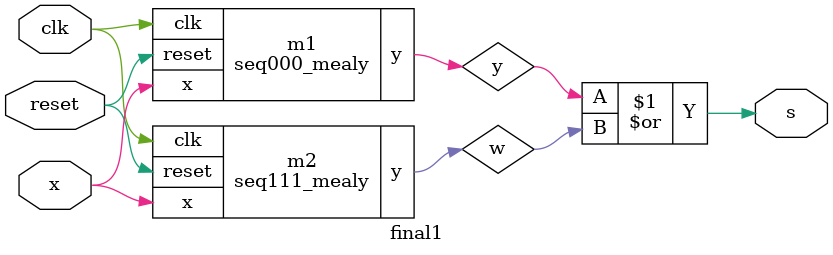
<source format=v>




// constant definition
`define found    1
`define notfound 0

// FSM by Moore
module  seq000_mealy ( y, x, clk, reset );
 output y;
 input  x;
 input  clk;
 input  reset;

 reg    y;

 parameter        // state identifiers
   start  = 3'b000,
   id1    = 3'b001,
   id11   = 3'b011,
   id110  = 3'b010;

   reg [2:0] E1;	// current state variables
   reg [2:0] E2;	// next state logic output

// next state logic
   always @( x or E1 )
    begin
     y = `notfound;
     case ( E1 )
      start:
        if ( x )
  		  E2 =  start;		
        else
        E2 = id1; 
      id1:
        if ( x )
         E2 = start;
        else
         E2 = id11;
      id11:
        if ( x )
		  begin
        E2 =  start;
		   y  = `notfound;
			end	  	 	 
	  else
	 begin
	   E2 =  id110;
	   y  = `found;
	 end
	 
	  id110:
        if ( x )
        E2 = start;
        else
         E2 = id1;
         		
 default:   // undefined state
           E2 =  2'bxx;
     endcase
    end // always at signal or state changing

// state variables
   always @( posedge clk or negedge reset )
    begin
     if ( reset )
      E1 = E2;    // updates current state
     else
      E1 = 0;     // reset
    end // always at signal changing

endmodule //

module  seq111_mealy ( y, x, clk, reset );
 output y;
 input  x;
 input  clk;
 input  reset;

 reg    y;

 parameter        // state identifiers
   start  = 3'b000,
   id1    = 3'b001,
   id11   = 3'b011,
   id110  = 3'b010;

   reg [2:0] E1;	// current state variables
   reg [2:0] E2;	// next state logic output

// next state logic
   always @( x or E1 )
    begin
     y = `notfound;
     case ( E1 )
      start:
        if ( x )
  		  E2 =  id1;		
        else
        E2 = start; 
      id1:
        if ( x )
         E2 = id11;
        else
         E2 = start;
      id11:
        if ( x )
		  begin
        E2 =  id110;
		   y  = `found;
			end	  	 	 
	  else
	 begin
	   E2 =  start;
	   y  = `notfound;
	 end
	 
	 id110:
        if ( x )
        E2 = id1;
        else
         E2 = start;

	          		
 default:   // undefined state
           E2 =  2'bxx;
     endcase
    end // always at signal or state changing

// state variables
   always @( posedge clk or negedge reset )
    begin
     if ( reset )
      E1 = E2;    // updates current state
     else
      E1 = 0;     // reset
    end // always at signal changing


endmodule // seq1101_moore

module final1 (s, x, clk, reset );

output s;
 input  x;
 input  clk;
 input  reset;
 wire y, w;

seq000_mealy m1 ( y, x, clk, reset );
seq111_mealy m2 ( w, x, clk, reset );

or OR1 (s, y, w);
 
endmodule


</source>
